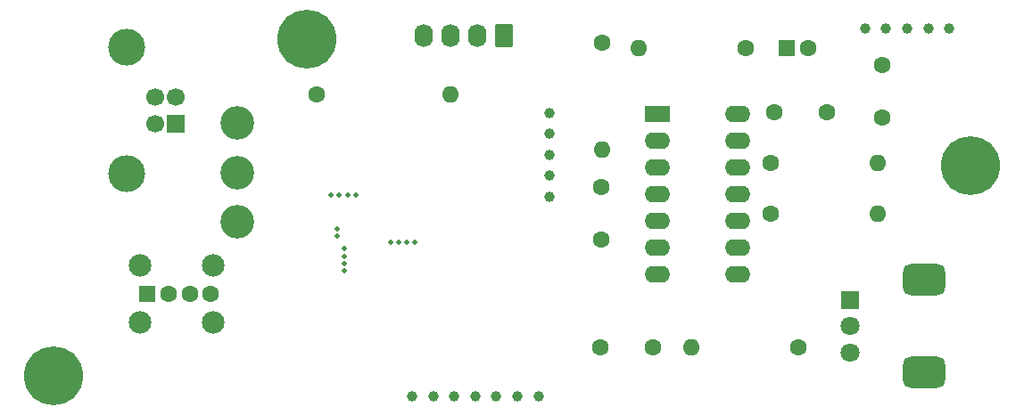
<source format=gbs>
G04 #@! TF.GenerationSoftware,KiCad,Pcbnew,(7.0.0)*
G04 #@! TF.CreationDate,2023-03-01T02:56:27+01:00*
G04 #@! TF.ProjectId,Extracteur_Air_PcFan_5v,45787472-6163-4746-9575-725f4169725f,1.0*
G04 #@! TF.SameCoordinates,Original*
G04 #@! TF.FileFunction,Soldermask,Bot*
G04 #@! TF.FilePolarity,Negative*
%FSLAX46Y46*%
G04 Gerber Fmt 4.6, Leading zero omitted, Abs format (unit mm)*
G04 Created by KiCad (PCBNEW (7.0.0)) date 2023-03-01 02:56:27*
%MOMM*%
%LPD*%
G01*
G04 APERTURE LIST*
G04 Aperture macros list*
%AMRoundRect*
0 Rectangle with rounded corners*
0 $1 Rounding radius*
0 $2 $3 $4 $5 $6 $7 $8 $9 X,Y pos of 4 corners*
0 Add a 4 corners polygon primitive as box body*
4,1,4,$2,$3,$4,$5,$6,$7,$8,$9,$2,$3,0*
0 Add four circle primitives for the rounded corners*
1,1,$1+$1,$2,$3*
1,1,$1+$1,$4,$5*
1,1,$1+$1,$6,$7*
1,1,$1+$1,$8,$9*
0 Add four rect primitives between the rounded corners*
20,1,$1+$1,$2,$3,$4,$5,0*
20,1,$1+$1,$4,$5,$6,$7,0*
20,1,$1+$1,$6,$7,$8,$9,0*
20,1,$1+$1,$8,$9,$2,$3,0*%
G04 Aperture macros list end*
%ADD10C,3.200000*%
%ADD11C,5.600000*%
%ADD12C,1.600000*%
%ADD13O,1.600000X1.600000*%
%ADD14R,1.700000X1.700000*%
%ADD15C,1.700000*%
%ADD16C,3.500000*%
%ADD17R,2.400000X1.600000*%
%ADD18O,2.400000X1.600000*%
%ADD19RoundRect,0.250000X0.620000X0.845000X-0.620000X0.845000X-0.620000X-0.845000X0.620000X-0.845000X0*%
%ADD20O,1.740000X2.190000*%
%ADD21R,1.600000X1.600000*%
%ADD22C,2.150000*%
%ADD23R,1.800000X1.800000*%
%ADD24C,1.800000*%
%ADD25RoundRect,0.750000X-1.250000X-0.750000X1.250000X-0.750000X1.250000X0.750000X-1.250000X0.750000X0*%
%ADD26C,1.000000*%
%ADD27C,0.500000*%
G04 APERTURE END LIST*
D10*
X91400000Y-81400000D03*
X91400000Y-76700000D03*
X91400000Y-72000000D03*
D11*
X98000000Y-64000000D03*
X161000000Y-76000000D03*
X74000000Y-96000000D03*
D12*
X142020000Y-80600000D03*
D13*
X152179999Y-80599999D03*
D12*
X142020000Y-75800000D03*
D13*
X152179999Y-75799999D03*
D14*
X85577499Y-72049999D03*
D15*
X85577500Y-69550000D03*
X83577500Y-69550000D03*
X83577500Y-72050000D03*
D16*
X80867500Y-76820000D03*
X80867500Y-64780000D03*
D17*
X131279999Y-71159999D03*
D18*
X131279999Y-73699999D03*
X131279999Y-76239999D03*
X131279999Y-78779999D03*
X131279999Y-81319999D03*
X131279999Y-83859999D03*
X131279999Y-86399999D03*
X138899999Y-86399999D03*
X138899999Y-83859999D03*
X138899999Y-81319999D03*
X138899999Y-78779999D03*
X138899999Y-76239999D03*
X138899999Y-73699999D03*
X138899999Y-71159999D03*
D19*
X116720000Y-63650000D03*
D20*
X114179999Y-63649999D03*
X111639999Y-63649999D03*
X109099999Y-63649999D03*
D21*
X82889999Y-88199999D03*
D12*
X84890000Y-88200000D03*
X86890000Y-88200000D03*
X88890000Y-88200000D03*
D22*
X82160000Y-85480000D03*
X82160000Y-90920000D03*
X89160000Y-85480000D03*
X89160000Y-90920000D03*
D12*
X152600000Y-71500000D03*
X152600000Y-66500000D03*
X98950000Y-69300000D03*
D13*
X111649999Y-69299999D03*
D23*
X149599999Y-88799999D03*
D24*
X149600000Y-91300000D03*
X149600000Y-93800000D03*
D25*
X156600000Y-86900000D03*
X156600000Y-95700000D03*
D12*
X125975000Y-83085000D03*
X125975000Y-78085000D03*
D21*
X143599999Y-64899999D03*
D12*
X145600000Y-64900000D03*
X126000000Y-64340000D03*
D13*
X125999999Y-74499999D03*
D12*
X125900000Y-93300000D03*
X130900000Y-93300000D03*
X144680000Y-93300000D03*
D13*
X134519999Y-93299999D03*
D12*
X139660000Y-64900000D03*
D13*
X129499999Y-64899999D03*
D12*
X142400000Y-70985000D03*
X147400000Y-70985000D03*
D26*
X157000000Y-63000000D03*
X153000000Y-63000000D03*
X121000000Y-73000000D03*
X121000000Y-77000000D03*
X118000000Y-98000000D03*
X114000000Y-98000000D03*
X110000000Y-98000000D03*
X159000000Y-63000000D03*
X155000000Y-63000000D03*
X151000000Y-63000000D03*
X121000000Y-79000000D03*
X121000000Y-71000000D03*
X121000000Y-75000000D03*
X120000000Y-98000000D03*
X116000000Y-98000000D03*
X112000000Y-98000000D03*
X108000000Y-98000000D03*
D27*
X101550000Y-84650000D03*
X100310000Y-78800000D03*
X101100000Y-78800000D03*
X106750000Y-83300000D03*
X108250000Y-83300000D03*
X101550000Y-83950000D03*
X101900000Y-78800000D03*
X107500000Y-83300000D03*
X101550000Y-85350000D03*
X100900000Y-82050000D03*
X100900000Y-82750000D03*
X106000000Y-83300000D03*
X102700000Y-78800000D03*
X101550000Y-86050000D03*
M02*

</source>
